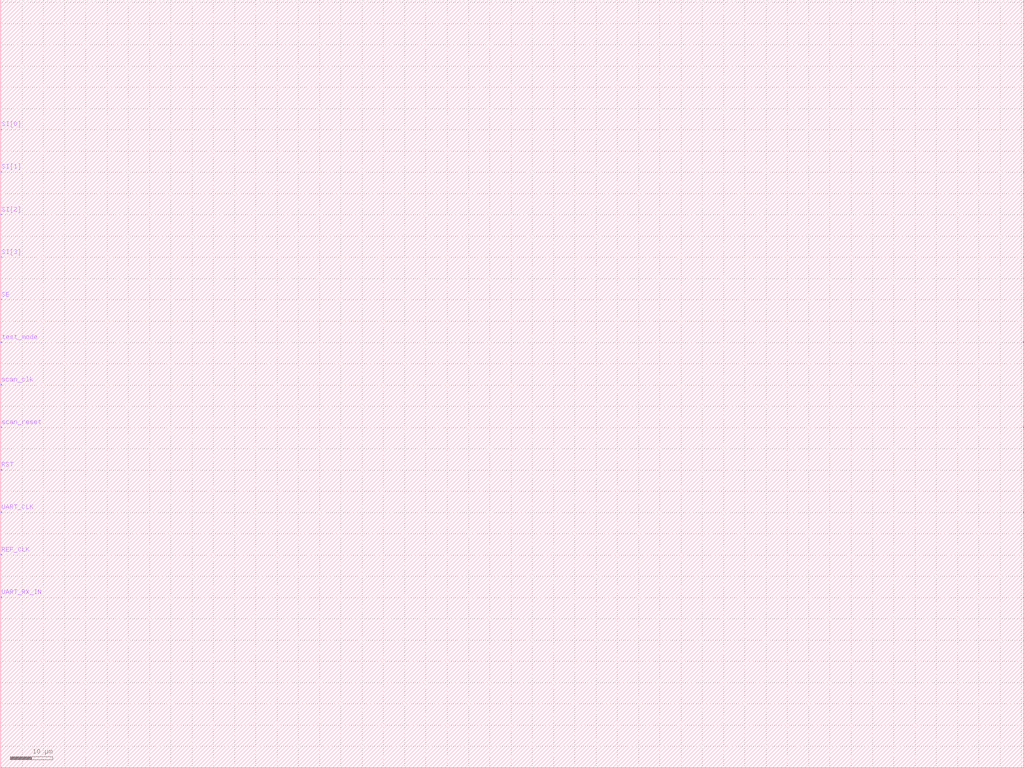
<source format=lef>

#******
# Preview export LEF
#
#	 Preview sub-version 5.10.41.500.3.38
#
# TECH LIB NAME: tsmc18
# TECH FILE NAME: techfile.cds
#******

VERSION 5.4 ;

NAMESCASESENSITIVE ON ;

DIVIDERCHAR "|" ;
BUSBITCHARS "[]" ;

UNITS
    DATABASE MICRONS 100  ;
END UNITS

MACRO SYSTEM
    CLASS CORE ;
    FOREIGN SYSTEM 0 0 ;
    ORIGIN 0.00 0.00 ;
    SIZE 240.6 BY 180.6 ;
    SYMMETRY X Y ;
    PIN SI[0]
        DIRECTION INPUT ;
        PORT
        LAYER METAL2 ;
        RECT  0.00 150 0.2 150.2 ;
        END
	AntennaGateArea 0.0 ;
    END SI[0]
    PIN SI[1]
        DIRECTION INPUT ;
        PORT
        LAYER METAL2 ;
        RECT  0.00 140 0.2 140.2 ;
        END
	AntennaGateArea 0.0 ;
    END SI[1]
    PIN SI[2]
        DIRECTION INPUT ;
        PORT
        LAYER METAL2 ;
        RECT  0.00 130 0.2 130.2 ;
        END
	AntennaGateArea 0.0 ;
    END SI[2]
    PIN SI[3]
        DIRECTION INPUT ;
        PORT
        LAYER METAL2 ;
        RECT  0.00 120 0.2 120.2 ;
        END
	AntennaGateArea 0.0 ;
    END SI[3]
    PIN SE
        DIRECTION INPUT ;
        PORT
        LAYER METAL2 ;
        RECT  0.00 110 0.2 110.2 ;
        END
	AntennaGateArea 0.0 ;
    END SE
    PIN test_mode
        DIRECTION INPUT ;
        PORT
        LAYER METAL2 ;
        RECT  0.00 100 0.2 100.2 ;
        END
	AntennaGateArea 0.0 ;
    END test_mode
    PIN scan_clk
        DIRECTION INPUT ;
        PORT
        LAYER METAL2 ;
        RECT  0.00 90 0.2 90.2 ;
        END
	AntennaGateArea 0.0 ;
    END scan_clk
    PIN scan_reset
        DIRECTION INPUT ;
        PORT
        LAYER METAL2 ;
        RECT  0.00 80 0.2 80.2 ;
        END
	AntennaGateArea 0.0 ;
    END scan_reset
    PIN RST
        DIRECTION INPUT ;
        PORT
        LAYER METAL2 ;
        RECT  0.00 70 0.2 70.2 ;
        END
	AntennaGateArea 0.0 ;
    END RST
    PIN UART_CLK
        DIRECTION INPUT ;
        PORT
        LAYER METAL2 ;
        RECT  0.00 60 0.2 60.2 ;
        END
	AntennaGateArea 0.0 ;
    END UART_CLK
    PIN REF_CLK
        DIRECTION INPUT ;
        PORT
        LAYER METAL2 ;
        RECT  0.00 50 0.2 50.2 ;
        END
	AntennaGateArea 0.0 ;
    END REF_CLK
    PIN UART_RX_IN
        DIRECTION INPUT ;
        PORT
        LAYER METAL2 ;
        RECT  0.00 40 0.2 40.2 ;
        END
	AntennaGateArea 0.0 ;
    END UART_RX_IN
    PIN SO[0]
        DIRECTION OUTPUT ;
        PORT
        LAYER METAL3 ;
        RECT  240.47 140 240.67 140.2 ; 
        END
	AntennaDiffArea 0.575 ;
    END SO[0]
    PIN SO[1]
        DIRECTION OUTPUT ;
        PORT
        LAYER METAL3 ;
        RECT  240.47 120 240.67 120.2 ; 
        END
	AntennaDiffArea 0.575 ;
    END SO[1]
    PIN SO[2]
        DIRECTION OUTPUT ;
        PORT
        LAYER METAL3 ;
        RECT  240.47 100 240.67 100.2 ; 
        END
	AntennaDiffArea 0.575 ;
    END SO[2]
    PIN SO[3]
        DIRECTION OUTPUT ;
        PORT
        LAYER METAL3 ;
        RECT  240.47 80 240.67 80.2 ; 
        END
	AntennaDiffArea 0.575 ;
    END SO[3]
    PIN UART_TX_OUT
        DIRECTION OUTPUT ;
        PORT
        LAYER METAL3 ;
        RECT  240.47 60 240.67 60.2 ; 
        END
	AntennaDiffArea 0.575 ;
    END UART_TX_OUT

END SYSTEM

END LIBRARY


</source>
